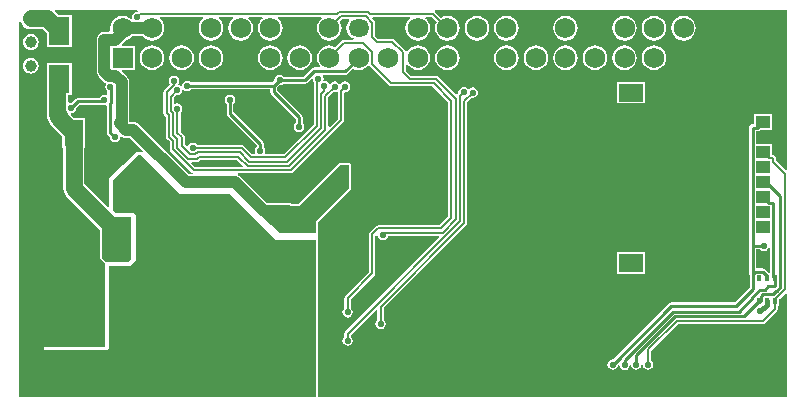
<source format=gbl>
G04 Layer_Physical_Order=2*
G04 Layer_Color=16711680*
%FSLAX43Y43*%
%MOMM*%
G71*
G01*
G75*
%ADD36C,0.254*%
%ADD37C,0.400*%
%ADD38C,0.250*%
%ADD39C,0.200*%
%ADD45C,1.000*%
%ADD46C,1.750*%
%ADD47O,1.750X1.500*%
%ADD48R,1.750X1.750*%
%ADD49C,0.550*%
%ADD50R,0.400X0.500*%
%ADD51R,1.200X1.000*%
%ADD52R,2.000X1.500*%
%ADD53R,1.800X2.400*%
%ADD54R,1.600X2.180*%
%ADD55C,1.000*%
%ADD56C,1.450*%
G36*
X65000Y19291D02*
X64883Y19242D01*
X64100Y20025D01*
Y20265D01*
X64080Y20366D01*
X64022Y20452D01*
X63936Y20510D01*
X63835Y20530D01*
X63735D01*
Y21435D01*
X62381D01*
Y22539D01*
X62492D01*
X62604Y22562D01*
X62699Y22625D01*
X62729Y22655D01*
X63735D01*
Y23975D01*
X62215D01*
Y23125D01*
X62088D01*
X61976Y23102D01*
X61881Y23039D01*
X61818Y22944D01*
X61795Y22832D01*
Y12850D01*
Y10519D01*
X61818Y10407D01*
X61870Y10328D01*
Y9309D01*
X60604Y8043D01*
X55225D01*
X55113Y8020D01*
X55018Y7957D01*
X50275Y3214D01*
X50250Y3219D01*
X50080Y3185D01*
X49936Y3089D01*
X49840Y2945D01*
X49806Y2775D01*
X49840Y2605D01*
X49936Y2461D01*
X50080Y2365D01*
X50250Y2331D01*
X50420Y2365D01*
X50564Y2461D01*
X50660Y2605D01*
X50683Y2721D01*
X50812D01*
X50840Y2580D01*
X50936Y2436D01*
X51080Y2340D01*
X51250Y2306D01*
X51420Y2340D01*
X51564Y2436D01*
X51660Y2580D01*
X51688Y2721D01*
X51817D01*
X51840Y2605D01*
X51936Y2461D01*
X52080Y2365D01*
X52250Y2331D01*
X52420Y2365D01*
X52564Y2461D01*
X52660Y2605D01*
X52685Y2733D01*
X52815D01*
X52840Y2605D01*
X52936Y2461D01*
X53080Y2365D01*
X53250Y2331D01*
X53420Y2365D01*
X53564Y2461D01*
X53660Y2605D01*
X53694Y2775D01*
X53660Y2945D01*
X53564Y3089D01*
X53515Y3121D01*
Y3947D01*
X55766Y6198D01*
X62938D01*
X62938Y6198D01*
X63039Y6218D01*
X63125Y6276D01*
X64137Y7288D01*
X64137Y7288D01*
X64195Y7374D01*
X64215Y7475D01*
X64215Y7475D01*
Y7765D01*
X64310D01*
Y8313D01*
X64343Y8346D01*
X64383Y8354D01*
X64469Y8412D01*
X64883Y8825D01*
X65000Y8776D01*
Y0D01*
X25300D01*
Y13875D01*
X25288D01*
Y14832D01*
X27315Y16860D01*
X27315Y16860D01*
X28040Y17585D01*
X28076Y17638D01*
X28088Y17700D01*
X28088Y17700D01*
Y19650D01*
X28076Y19712D01*
X28040Y19765D01*
X27987Y19801D01*
X27925Y19813D01*
X27125D01*
X27125Y19813D01*
X27063Y19801D01*
X27010Y19765D01*
X23632Y16388D01*
X23105D01*
X22972Y16443D01*
X22800Y16466D01*
X20976D01*
X18771Y18671D01*
X18633Y18777D01*
X18509Y18828D01*
X18534Y18955D01*
X22997D01*
X22997Y18955D01*
X23099Y18975D01*
X23185Y19033D01*
X27437Y23285D01*
X27437Y23285D01*
X27495Y23371D01*
X27515Y23472D01*
Y25745D01*
X27600Y25856D01*
X27770Y25890D01*
X27914Y25986D01*
X28010Y26130D01*
X28044Y26300D01*
X28010Y26470D01*
X27914Y26614D01*
X27770Y26710D01*
X27600Y26744D01*
X27430Y26710D01*
X27286Y26614D01*
X27221Y26515D01*
X27220Y26515D01*
X27080D01*
X27079Y26515D01*
X27014Y26614D01*
X26870Y26710D01*
X26700Y26744D01*
X26530Y26710D01*
X26386Y26614D01*
X26350Y26559D01*
X26341Y26556D01*
X26203Y26568D01*
X26139Y26664D01*
X25995Y26760D01*
X25825Y26794D01*
X25756Y26862D01*
X25769Y26925D01*
X25735Y27095D01*
X25683Y27172D01*
X25751Y27299D01*
X27590D01*
X27701Y27322D01*
X27795Y27385D01*
X28248Y27837D01*
X28480Y27742D01*
X28750Y27706D01*
X29020Y27742D01*
X29272Y27846D01*
X29488Y28012D01*
X29533Y28070D01*
X29558Y28076D01*
X29683Y28057D01*
X29713Y28013D01*
X31313Y26413D01*
X31313Y26413D01*
X31399Y26355D01*
X31500Y26335D01*
X31500Y26335D01*
X34990D01*
X36335Y24990D01*
Y15319D01*
X35581Y14565D01*
X30379D01*
X30277Y14545D01*
X30191Y14487D01*
X30191Y14487D01*
X29713Y14009D01*
X29655Y13923D01*
X29635Y13821D01*
X29635Y13821D01*
Y10610D01*
X27613Y8587D01*
X27555Y8501D01*
X27535Y8400D01*
X27535Y8400D01*
Y7546D01*
X27486Y7514D01*
X27390Y7370D01*
X27356Y7200D01*
X27390Y7030D01*
X27486Y6886D01*
X27630Y6790D01*
X27800Y6756D01*
X27970Y6790D01*
X28114Y6886D01*
X28210Y7030D01*
X28244Y7200D01*
X28210Y7370D01*
X28114Y7514D01*
X28065Y7546D01*
Y8290D01*
X30087Y10313D01*
X30087Y10313D01*
X30145Y10399D01*
X30165Y10500D01*
Y13640D01*
X30213Y13687D01*
X30301Y13668D01*
X30350Y13631D01*
X30365Y13555D01*
X30461Y13411D01*
X30605Y13315D01*
X30775Y13281D01*
X30945Y13315D01*
X31089Y13411D01*
X31185Y13555D01*
X31209Y13675D01*
X35543D01*
X35592Y13558D01*
X27613Y5578D01*
X27555Y5492D01*
X27535Y5391D01*
X27535Y5391D01*
Y5146D01*
X27486Y5114D01*
X27390Y4970D01*
X27356Y4800D01*
X27390Y4630D01*
X27486Y4486D01*
X27630Y4390D01*
X27800Y4356D01*
X27970Y4390D01*
X28114Y4486D01*
X28210Y4630D01*
X28244Y4800D01*
X28210Y4970D01*
X28114Y5114D01*
X28065Y5146D01*
Y5281D01*
X30218Y7434D01*
X30335Y7385D01*
Y6546D01*
X30286Y6514D01*
X30190Y6370D01*
X30156Y6200D01*
X30190Y6030D01*
X30286Y5886D01*
X30430Y5790D01*
X30600Y5756D01*
X30770Y5790D01*
X30914Y5886D01*
X31010Y6030D01*
X31044Y6200D01*
X31010Y6370D01*
X30914Y6514D01*
X30865Y6546D01*
Y7572D01*
X37867Y14574D01*
X37867Y14574D01*
X37925Y14660D01*
X37945Y14762D01*
Y24970D01*
X38343Y25368D01*
X38400Y25356D01*
X38570Y25390D01*
X38714Y25486D01*
X38810Y25630D01*
X38844Y25800D01*
X38810Y25970D01*
X38714Y26114D01*
X38570Y26210D01*
X38400Y26244D01*
X38230Y26210D01*
X38101Y26124D01*
X38052Y26111D01*
X37957D01*
X37939Y26139D01*
X37795Y26235D01*
X37625Y26269D01*
X37455Y26235D01*
X37311Y26139D01*
X37215Y25995D01*
X37181Y25825D01*
X37193Y25768D01*
X37133Y25707D01*
X37108Y25671D01*
X36959Y25641D01*
X35437Y27162D01*
X35351Y27220D01*
X35250Y27240D01*
X35250Y27240D01*
X33172D01*
X32765Y27647D01*
Y28125D01*
X32892Y28168D01*
X33012Y28012D01*
X33228Y27846D01*
X33480Y27742D01*
X33750Y27706D01*
X34020Y27742D01*
X34272Y27846D01*
X34488Y28012D01*
X34654Y28228D01*
X34758Y28480D01*
X34794Y28750D01*
X34758Y29020D01*
X34654Y29272D01*
X34488Y29488D01*
X34272Y29654D01*
X34020Y29758D01*
X33750Y29794D01*
X33480Y29758D01*
X33228Y29654D01*
X33012Y29488D01*
X32873Y29308D01*
X32864Y29306D01*
X32815Y29304D01*
X32754Y29312D01*
X32731Y29323D01*
X32687Y29387D01*
X32687Y29387D01*
X31787Y30287D01*
X31701Y30345D01*
X31600Y30365D01*
X31600Y30365D01*
X30366D01*
X30150Y30581D01*
Y31720D01*
X30130Y31822D01*
X30072Y31908D01*
X30072Y31908D01*
X29912Y32068D01*
X29961Y32185D01*
X33060D01*
X33103Y32058D01*
X33012Y31988D01*
X32846Y31772D01*
X32742Y31520D01*
X32706Y31250D01*
X32742Y30980D01*
X32846Y30728D01*
X33012Y30512D01*
X33228Y30346D01*
X33480Y30242D01*
X33750Y30206D01*
X34020Y30242D01*
X34272Y30346D01*
X34488Y30512D01*
X34654Y30728D01*
X34758Y30980D01*
X34794Y31250D01*
X34758Y31520D01*
X34654Y31772D01*
X34488Y31988D01*
X34397Y32058D01*
X34440Y32185D01*
X34940D01*
X35349Y31776D01*
X35346Y31772D01*
X35242Y31520D01*
X35206Y31250D01*
X35242Y30980D01*
X35346Y30728D01*
X35512Y30512D01*
X35728Y30346D01*
X35980Y30242D01*
X36250Y30206D01*
X36520Y30242D01*
X36772Y30346D01*
X36988Y30512D01*
X37154Y30728D01*
X37258Y30980D01*
X37294Y31250D01*
X37258Y31520D01*
X37154Y31772D01*
X36988Y31988D01*
X36772Y32154D01*
X36520Y32258D01*
X36250Y32294D01*
X35980Y32258D01*
X35728Y32154D01*
X35724Y32151D01*
X35237Y32637D01*
X35184Y32673D01*
X35223Y32800D01*
X65000D01*
Y19291D01*
D02*
G37*
G36*
X18948Y19602D02*
X18899Y19485D01*
X14915D01*
X14577Y19823D01*
X14626Y19940D01*
X15071D01*
X15071Y19940D01*
X15172Y19960D01*
X15258Y20018D01*
X15356Y20115D01*
X18435D01*
X18948Y19602D01*
D02*
G37*
G36*
X25603Y32058D02*
X25512Y31988D01*
X25346Y31772D01*
X25242Y31520D01*
X25206Y31250D01*
X25242Y30980D01*
X25346Y30728D01*
X25512Y30512D01*
X25728Y30346D01*
X25980Y30242D01*
X26250Y30206D01*
X26520Y30242D01*
X26772Y30346D01*
X26988Y30512D01*
X27154Y30728D01*
X27258Y30980D01*
X27294Y31250D01*
X27258Y31520D01*
X27154Y31772D01*
X27151Y31776D01*
X27370Y31995D01*
X27907D01*
X27952Y31868D01*
X27830Y31709D01*
X27738Y31488D01*
X27707Y31250D01*
X27738Y31012D01*
X27830Y30791D01*
X27976Y30601D01*
X28166Y30455D01*
X28308Y30396D01*
X28283Y30269D01*
X27513Y30276D01*
X27512Y30275D01*
X27511Y30276D01*
X27461Y30266D01*
X27411Y30256D01*
X27410Y30256D01*
X27409Y30256D01*
X27367Y30227D01*
X27325Y30200D01*
X27324Y30199D01*
X27323Y30198D01*
X26776Y29651D01*
X26772Y29654D01*
X26520Y29758D01*
X26250Y29794D01*
X25980Y29758D01*
X25728Y29654D01*
X25512Y29488D01*
X25346Y29272D01*
X25242Y29020D01*
X25206Y28750D01*
X25242Y28480D01*
X25346Y28228D01*
X25478Y28056D01*
X25451Y27987D01*
X25410Y27936D01*
X24988D01*
X24877Y27913D01*
X24783Y27850D01*
X24073Y27141D01*
X22379D01*
X22364Y27164D01*
X22220Y27260D01*
X22050Y27294D01*
X21880Y27260D01*
X21736Y27164D01*
X21640Y27020D01*
X21606Y26850D01*
X21612Y26823D01*
X21445Y26656D01*
X14564D01*
X14549Y26679D01*
X14405Y26775D01*
X14235Y26808D01*
X14065Y26775D01*
X13921Y26679D01*
X13825Y26535D01*
X13795Y26385D01*
X13744Y26351D01*
X13669Y26328D01*
X13545Y26411D01*
X13519Y26416D01*
X13461Y26557D01*
X13510Y26630D01*
X13544Y26800D01*
X13510Y26970D01*
X13414Y27114D01*
X13270Y27210D01*
X13100Y27244D01*
X12930Y27210D01*
X12786Y27114D01*
X12690Y26970D01*
X12656Y26800D01*
X12690Y26630D01*
X12764Y26521D01*
X12293Y26050D01*
X12236Y25964D01*
X12216Y25863D01*
X12216Y25863D01*
Y24080D01*
X12216Y24080D01*
X12236Y23979D01*
X12293Y23893D01*
X12415Y23771D01*
Y22077D01*
X12415Y22077D01*
X12435Y21975D01*
X12493Y21889D01*
X12770Y21612D01*
Y20990D01*
X12770Y20990D01*
X12790Y20889D01*
X12848Y20803D01*
X14618Y19033D01*
X14677Y18993D01*
X14652Y18866D01*
X14389D01*
X10144Y23111D01*
X10006Y23217D01*
X9845Y23283D01*
X9673Y23306D01*
X9450D01*
X9330Y23349D01*
Y26662D01*
X9307Y26835D01*
X9240Y26995D01*
X9135Y27133D01*
X8680Y27588D01*
X8732Y27715D01*
X9785D01*
Y29785D01*
X8736D01*
X8683Y29912D01*
X9012Y30241D01*
X9020Y30242D01*
X9272Y30346D01*
X9488Y30512D01*
X9544Y30584D01*
X10456D01*
X10512Y30512D01*
X10728Y30346D01*
X10980Y30242D01*
X11250Y30206D01*
X11520Y30242D01*
X11772Y30346D01*
X11988Y30512D01*
X12154Y30728D01*
X12258Y30980D01*
X12294Y31250D01*
X12258Y31520D01*
X12154Y31772D01*
X11988Y31988D01*
X11897Y32058D01*
X11940Y32185D01*
X15560D01*
X15603Y32058D01*
X15512Y31988D01*
X15346Y31772D01*
X15242Y31520D01*
X15206Y31250D01*
X15242Y30980D01*
X15346Y30728D01*
X15512Y30512D01*
X15728Y30346D01*
X15980Y30242D01*
X16250Y30206D01*
X16520Y30242D01*
X16772Y30346D01*
X16988Y30512D01*
X17154Y30728D01*
X17258Y30980D01*
X17294Y31250D01*
X17258Y31520D01*
X17154Y31772D01*
X16988Y31988D01*
X16897Y32058D01*
X16940Y32185D01*
X18060D01*
X18103Y32058D01*
X18012Y31988D01*
X17846Y31772D01*
X17742Y31520D01*
X17706Y31250D01*
X17742Y30980D01*
X17846Y30728D01*
X18012Y30512D01*
X18228Y30346D01*
X18480Y30242D01*
X18750Y30206D01*
X19020Y30242D01*
X19272Y30346D01*
X19488Y30512D01*
X19654Y30728D01*
X19758Y30980D01*
X19794Y31250D01*
X19758Y31520D01*
X19654Y31772D01*
X19488Y31988D01*
X19397Y32058D01*
X19440Y32185D01*
X20560D01*
X20603Y32058D01*
X20512Y31988D01*
X20346Y31772D01*
X20242Y31520D01*
X20206Y31250D01*
X20242Y30980D01*
X20346Y30728D01*
X20512Y30512D01*
X20728Y30346D01*
X20980Y30242D01*
X21250Y30206D01*
X21520Y30242D01*
X21772Y30346D01*
X21988Y30512D01*
X22154Y30728D01*
X22258Y30980D01*
X22294Y31250D01*
X22258Y31520D01*
X22154Y31772D01*
X21988Y31988D01*
X21897Y32058D01*
X21940Y32185D01*
X25560D01*
X25603Y32058D01*
D02*
G37*
G36*
X24887Y26953D02*
X24881Y26925D01*
X24915Y26755D01*
X24930Y26733D01*
Y23080D01*
X22430Y20580D01*
X20884D01*
X20815Y20707D01*
X20844Y20850D01*
X20810Y21020D01*
X20714Y21164D01*
X20693Y21178D01*
Y21475D01*
X20670Y21587D01*
X20607Y21682D01*
X18143Y24146D01*
Y24847D01*
X18164Y24861D01*
X18260Y25005D01*
X18294Y25175D01*
X18260Y25345D01*
X18164Y25489D01*
X18020Y25585D01*
X17850Y25618D01*
X17680Y25585D01*
X17536Y25489D01*
X17440Y25345D01*
X17406Y25175D01*
X17440Y25005D01*
X17536Y24861D01*
X17557Y24847D01*
Y24025D01*
X17580Y23913D01*
X17643Y23818D01*
X20107Y21354D01*
Y21178D01*
X20086Y21164D01*
X19990Y21020D01*
X19956Y20850D01*
X19985Y20707D01*
X19916Y20580D01*
X19738D01*
X19031Y21287D01*
X18945Y21345D01*
X18843Y21365D01*
X18843Y21365D01*
X15046D01*
X15014Y21414D01*
X14870Y21510D01*
X14700Y21544D01*
X14530Y21510D01*
X14386Y21414D01*
X14305Y21292D01*
X14167Y21251D01*
X14020Y21398D01*
Y22020D01*
X14020Y22020D01*
X14000Y22121D01*
X13942Y22207D01*
X13942Y22207D01*
X13665Y22485D01*
Y24121D01*
X13689Y24138D01*
X13785Y24281D01*
X13819Y24451D01*
X13785Y24621D01*
X13689Y24765D01*
X13545Y24861D01*
X13376Y24895D01*
X13233Y24866D01*
X13106Y24935D01*
Y25356D01*
X13318Y25569D01*
X13376Y25558D01*
X13545Y25592D01*
X13689Y25688D01*
X13785Y25832D01*
X13815Y25982D01*
X13867Y26016D01*
X13941Y26038D01*
X14065Y25955D01*
X14235Y25921D01*
X14405Y25955D01*
X14549Y26051D01*
X14564Y26074D01*
X21274D01*
Y25835D01*
X21297Y25724D01*
X21360Y25630D01*
X23409Y23580D01*
Y23229D01*
X23386Y23214D01*
X23290Y23070D01*
X23256Y22900D01*
X23290Y22730D01*
X23386Y22586D01*
X23530Y22490D01*
X23700Y22456D01*
X23870Y22490D01*
X24014Y22586D01*
X24110Y22730D01*
X24144Y22900D01*
X24110Y23070D01*
X24014Y23214D01*
X23991Y23229D01*
Y23700D01*
X23968Y23811D01*
X23905Y23905D01*
X21856Y25955D01*
Y26245D01*
X22023Y26412D01*
X22050Y26406D01*
X22220Y26440D01*
X22364Y26536D01*
X22379Y26559D01*
X24193D01*
X24305Y26582D01*
X24399Y26645D01*
X24770Y27016D01*
X24887Y26953D01*
D02*
G37*
G36*
X26878Y25885D02*
X26985Y25814D01*
Y23582D01*
X26297Y22895D01*
X26180Y22944D01*
Y25405D01*
X26643Y25868D01*
X26700Y25856D01*
X26858Y25888D01*
X26878Y25885D01*
D02*
G37*
G36*
X7006Y24741D02*
X7175Y24708D01*
X7311Y24735D01*
X7438Y24663D01*
Y22397D01*
X7461Y22286D01*
X7524Y22192D01*
X7662Y22053D01*
X7656Y22026D01*
X7690Y21856D01*
X7786Y21712D01*
X7930Y21616D01*
X8100Y21583D01*
X8270Y21616D01*
X8414Y21712D01*
X8510Y21856D01*
X8543Y22026D01*
X8537Y22059D01*
X8652Y22131D01*
X8740Y22064D01*
X8901Y21997D01*
X9073Y21974D01*
X9397D01*
X10504Y20867D01*
X10456Y20750D01*
X9975D01*
X7633Y18549D01*
Y16120D01*
X7516Y16071D01*
X5518Y18070D01*
Y21125D01*
X5585D01*
Y23625D01*
X4637D01*
X4351Y23912D01*
X4386Y23999D01*
X4409Y24033D01*
X4570Y24065D01*
X4714Y24161D01*
X4810Y24305D01*
X4844Y24475D01*
X4839Y24500D01*
X5096Y24757D01*
X6982D01*
X7006Y24741D01*
D02*
G37*
G36*
X9450Y11675D02*
X9250Y11475D01*
X7375D01*
X7025Y11825D01*
Y15225D01*
X9450D01*
Y11675D01*
D02*
G37*
G36*
X10026Y32673D02*
X10002Y32646D01*
X9992Y32642D01*
X9830Y32610D01*
X9686Y32514D01*
X9590Y32370D01*
X9556Y32200D01*
X9583Y32069D01*
X9547Y32039D01*
X9466Y32005D01*
X9272Y32154D01*
X9020Y32258D01*
X8750Y32294D01*
X8480Y32258D01*
X8228Y32154D01*
X8012Y31988D01*
X7846Y31772D01*
X7742Y31520D01*
X7706Y31250D01*
X7729Y31078D01*
X7623Y30951D01*
X7215D01*
X7043Y30928D01*
X6882Y30862D01*
X6744Y30756D01*
X6639Y30618D01*
X6572Y30457D01*
X6549Y30285D01*
Y27602D01*
X6572Y27429D01*
X6639Y27269D01*
X6744Y27131D01*
X7136Y26739D01*
X7274Y26633D01*
X7316Y26616D01*
X7353Y26495D01*
X7319Y26445D01*
X7285Y26275D01*
X7319Y26105D01*
X7415Y25961D01*
X7445Y25942D01*
Y25635D01*
X7318Y25566D01*
X7175Y25595D01*
X7006Y25561D01*
X6862Y25465D01*
X6780Y25343D01*
X4975D01*
X4863Y25320D01*
X4768Y25257D01*
X4425Y24914D01*
X4400Y24919D01*
X4260Y24891D01*
X4133Y24961D01*
Y25565D01*
X4435D01*
Y28285D01*
X2315D01*
Y25565D01*
X2347D01*
Y23995D01*
X2377Y23770D01*
X2372Y23735D01*
X2403Y23504D01*
X2492Y23289D01*
X2634Y23104D01*
X3665Y22073D01*
Y21125D01*
X3732D01*
Y17700D01*
X3763Y17469D01*
X3852Y17254D01*
X3994Y17069D01*
X6862Y14201D01*
Y11825D01*
X6862Y11825D01*
X6874Y11763D01*
X6910Y11710D01*
X6910Y11710D01*
X7230Y11390D01*
Y4300D01*
X2075D01*
Y4000D01*
X7400D01*
X7600Y4200D01*
Y11125D01*
X9375D01*
X9900Y11650D01*
Y15475D01*
X9750Y15625D01*
X8125D01*
X7900Y15850D01*
Y18400D01*
X10100Y20500D01*
X10275D01*
Y20475D01*
X13575Y17175D01*
X17875D01*
X21725Y13325D01*
X25125Y13325D01*
X25125Y0D01*
X0D01*
Y3550D01*
Y31784D01*
X127Y31810D01*
X202Y31629D01*
X344Y31444D01*
X529Y31302D01*
X744Y31213D01*
X975Y31182D01*
X1955D01*
X2315Y30823D01*
Y29665D01*
X4435D01*
Y32385D01*
X3277D01*
X2989Y32673D01*
X3036Y32800D01*
X9968D01*
X10026Y32673D01*
D02*
G37*
G36*
X27925Y17700D02*
X27200Y16975D01*
X25125Y14900D01*
Y13875D01*
X22050D01*
X20487Y15320D01*
X20509Y15445D01*
X22400Y16225D01*
X23700D01*
X27125Y19650D01*
X27925D01*
Y17700D01*
D02*
G37*
G36*
X63569Y12681D02*
Y10605D01*
X63442Y10552D01*
X63163Y10832D01*
X63068Y10895D01*
X62956Y10918D01*
X62381D01*
Y12532D01*
X62697D01*
X62711Y12511D01*
X62855Y12415D01*
X63025Y12381D01*
X63195Y12415D01*
X63339Y12511D01*
X63435Y12655D01*
X63442Y12694D01*
X63569Y12681D01*
D02*
G37*
%LPC*%
G36*
X52960Y26700D02*
X50640D01*
Y24880D01*
X52960D01*
Y26700D01*
D02*
G37*
G36*
Y12300D02*
X50640D01*
Y10480D01*
X52960D01*
Y12300D01*
D02*
G37*
G36*
X41250Y32294D02*
X40980Y32258D01*
X40728Y32154D01*
X40512Y31988D01*
X40346Y31772D01*
X40242Y31520D01*
X40206Y31250D01*
X40242Y30980D01*
X40346Y30728D01*
X40512Y30512D01*
X40728Y30346D01*
X40980Y30242D01*
X41250Y30206D01*
X41520Y30242D01*
X41772Y30346D01*
X41988Y30512D01*
X42154Y30728D01*
X42258Y30980D01*
X42294Y31250D01*
X42258Y31520D01*
X42154Y31772D01*
X41988Y31988D01*
X41772Y32154D01*
X41520Y32258D01*
X41250Y32294D01*
D02*
G37*
G36*
X38750D02*
X38480Y32258D01*
X38228Y32154D01*
X38012Y31988D01*
X37846Y31772D01*
X37742Y31520D01*
X37706Y31250D01*
X37742Y30980D01*
X37846Y30728D01*
X38012Y30512D01*
X38228Y30346D01*
X38480Y30242D01*
X38750Y30206D01*
X39020Y30242D01*
X39272Y30346D01*
X39488Y30512D01*
X39654Y30728D01*
X39758Y30980D01*
X39794Y31250D01*
X39758Y31520D01*
X39654Y31772D01*
X39488Y31988D01*
X39272Y32154D01*
X39020Y32258D01*
X38750Y32294D01*
D02*
G37*
G36*
X46250D02*
X45980Y32258D01*
X45728Y32154D01*
X45512Y31988D01*
X45346Y31772D01*
X45242Y31520D01*
X45206Y31250D01*
X45242Y30980D01*
X45346Y30728D01*
X45512Y30512D01*
X45728Y30346D01*
X45980Y30242D01*
X46250Y30206D01*
X46520Y30242D01*
X46772Y30346D01*
X46988Y30512D01*
X47154Y30728D01*
X47258Y30980D01*
X47294Y31250D01*
X47258Y31520D01*
X47154Y31772D01*
X46988Y31988D01*
X46772Y32154D01*
X46520Y32258D01*
X46250Y32294D01*
D02*
G37*
G36*
X56250D02*
X55980Y32258D01*
X55728Y32154D01*
X55512Y31988D01*
X55346Y31772D01*
X55242Y31520D01*
X55206Y31250D01*
X55242Y30980D01*
X55346Y30728D01*
X55512Y30512D01*
X55728Y30346D01*
X55980Y30242D01*
X56250Y30206D01*
X56520Y30242D01*
X56772Y30346D01*
X56988Y30512D01*
X57154Y30728D01*
X57258Y30980D01*
X57294Y31250D01*
X57258Y31520D01*
X57154Y31772D01*
X56988Y31988D01*
X56772Y32154D01*
X56520Y32258D01*
X56250Y32294D01*
D02*
G37*
G36*
X53750D02*
X53480Y32258D01*
X53228Y32154D01*
X53012Y31988D01*
X52846Y31772D01*
X52742Y31520D01*
X52706Y31250D01*
X52742Y30980D01*
X52846Y30728D01*
X53012Y30512D01*
X53228Y30346D01*
X53480Y30242D01*
X53750Y30206D01*
X54020Y30242D01*
X54272Y30346D01*
X54488Y30512D01*
X54654Y30728D01*
X54758Y30980D01*
X54794Y31250D01*
X54758Y31520D01*
X54654Y31772D01*
X54488Y31988D01*
X54272Y32154D01*
X54020Y32258D01*
X53750Y32294D01*
D02*
G37*
G36*
X51250D02*
X50980Y32258D01*
X50728Y32154D01*
X50512Y31988D01*
X50346Y31772D01*
X50242Y31520D01*
X50206Y31250D01*
X50242Y30980D01*
X50346Y30728D01*
X50512Y30512D01*
X50728Y30346D01*
X50980Y30242D01*
X51250Y30206D01*
X51520Y30242D01*
X51772Y30346D01*
X51988Y30512D01*
X52154Y30728D01*
X52258Y30980D01*
X52294Y31250D01*
X52258Y31520D01*
X52154Y31772D01*
X51988Y31988D01*
X51772Y32154D01*
X51520Y32258D01*
X51250Y32294D01*
D02*
G37*
G36*
X43750Y29794D02*
X43480Y29758D01*
X43228Y29654D01*
X43012Y29488D01*
X42846Y29272D01*
X42742Y29020D01*
X42706Y28750D01*
X42742Y28480D01*
X42846Y28228D01*
X43012Y28012D01*
X43228Y27846D01*
X43480Y27742D01*
X43750Y27706D01*
X44020Y27742D01*
X44272Y27846D01*
X44488Y28012D01*
X44654Y28228D01*
X44758Y28480D01*
X44794Y28750D01*
X44758Y29020D01*
X44654Y29272D01*
X44488Y29488D01*
X44272Y29654D01*
X44020Y29758D01*
X43750Y29794D01*
D02*
G37*
G36*
X41250D02*
X40980Y29758D01*
X40728Y29654D01*
X40512Y29488D01*
X40346Y29272D01*
X40242Y29020D01*
X40206Y28750D01*
X40242Y28480D01*
X40346Y28228D01*
X40512Y28012D01*
X40728Y27846D01*
X40980Y27742D01*
X41250Y27706D01*
X41520Y27742D01*
X41772Y27846D01*
X41988Y28012D01*
X42154Y28228D01*
X42258Y28480D01*
X42294Y28750D01*
X42258Y29020D01*
X42154Y29272D01*
X41988Y29488D01*
X41772Y29654D01*
X41520Y29758D01*
X41250Y29794D01*
D02*
G37*
G36*
X36250D02*
X35980Y29758D01*
X35728Y29654D01*
X35512Y29488D01*
X35346Y29272D01*
X35242Y29020D01*
X35206Y28750D01*
X35242Y28480D01*
X35346Y28228D01*
X35512Y28012D01*
X35728Y27846D01*
X35980Y27742D01*
X36250Y27706D01*
X36520Y27742D01*
X36772Y27846D01*
X36988Y28012D01*
X37154Y28228D01*
X37258Y28480D01*
X37294Y28750D01*
X37258Y29020D01*
X37154Y29272D01*
X36988Y29488D01*
X36772Y29654D01*
X36520Y29758D01*
X36250Y29794D01*
D02*
G37*
G36*
X46250D02*
X45980Y29758D01*
X45728Y29654D01*
X45512Y29488D01*
X45346Y29272D01*
X45242Y29020D01*
X45206Y28750D01*
X45242Y28480D01*
X45346Y28228D01*
X45512Y28012D01*
X45728Y27846D01*
X45980Y27742D01*
X46250Y27706D01*
X46520Y27742D01*
X46772Y27846D01*
X46988Y28012D01*
X47154Y28228D01*
X47258Y28480D01*
X47294Y28750D01*
X47258Y29020D01*
X47154Y29272D01*
X46988Y29488D01*
X46772Y29654D01*
X46520Y29758D01*
X46250Y29794D01*
D02*
G37*
G36*
X53750D02*
X53480Y29758D01*
X53228Y29654D01*
X53012Y29488D01*
X52846Y29272D01*
X52742Y29020D01*
X52706Y28750D01*
X52742Y28480D01*
X52846Y28228D01*
X53012Y28012D01*
X53228Y27846D01*
X53480Y27742D01*
X53750Y27706D01*
X54020Y27742D01*
X54272Y27846D01*
X54488Y28012D01*
X54654Y28228D01*
X54758Y28480D01*
X54794Y28750D01*
X54758Y29020D01*
X54654Y29272D01*
X54488Y29488D01*
X54272Y29654D01*
X54020Y29758D01*
X53750Y29794D01*
D02*
G37*
G36*
X51250D02*
X50980Y29758D01*
X50728Y29654D01*
X50512Y29488D01*
X50346Y29272D01*
X50242Y29020D01*
X50206Y28750D01*
X50242Y28480D01*
X50346Y28228D01*
X50512Y28012D01*
X50728Y27846D01*
X50980Y27742D01*
X51250Y27706D01*
X51520Y27742D01*
X51772Y27846D01*
X51988Y28012D01*
X52154Y28228D01*
X52258Y28480D01*
X52294Y28750D01*
X52258Y29020D01*
X52154Y29272D01*
X51988Y29488D01*
X51772Y29654D01*
X51520Y29758D01*
X51250Y29794D01*
D02*
G37*
G36*
X48750D02*
X48480Y29758D01*
X48228Y29654D01*
X48012Y29488D01*
X47846Y29272D01*
X47742Y29020D01*
X47706Y28750D01*
X47742Y28480D01*
X47846Y28228D01*
X48012Y28012D01*
X48228Y27846D01*
X48480Y27742D01*
X48750Y27706D01*
X49020Y27742D01*
X49272Y27846D01*
X49488Y28012D01*
X49654Y28228D01*
X49758Y28480D01*
X49794Y28750D01*
X49758Y29020D01*
X49654Y29272D01*
X49488Y29488D01*
X49272Y29654D01*
X49020Y29758D01*
X48750Y29794D01*
D02*
G37*
G36*
X13750D02*
X13480Y29758D01*
X13228Y29654D01*
X13012Y29488D01*
X12846Y29272D01*
X12742Y29020D01*
X12706Y28750D01*
X12742Y28480D01*
X12846Y28228D01*
X13012Y28012D01*
X13228Y27846D01*
X13480Y27742D01*
X13750Y27706D01*
X14020Y27742D01*
X14272Y27846D01*
X14488Y28012D01*
X14654Y28228D01*
X14758Y28480D01*
X14794Y28750D01*
X14758Y29020D01*
X14654Y29272D01*
X14488Y29488D01*
X14272Y29654D01*
X14020Y29758D01*
X13750Y29794D01*
D02*
G37*
G36*
X21250D02*
X20980Y29758D01*
X20728Y29654D01*
X20512Y29488D01*
X20346Y29272D01*
X20242Y29020D01*
X20206Y28750D01*
X20242Y28480D01*
X20346Y28228D01*
X20512Y28012D01*
X20728Y27846D01*
X20980Y27742D01*
X21250Y27706D01*
X21520Y27742D01*
X21772Y27846D01*
X21988Y28012D01*
X22154Y28228D01*
X22258Y28480D01*
X22294Y28750D01*
X22258Y29020D01*
X22154Y29272D01*
X21988Y29488D01*
X21772Y29654D01*
X21520Y29758D01*
X21250Y29794D01*
D02*
G37*
G36*
X16250D02*
X15980Y29758D01*
X15728Y29654D01*
X15512Y29488D01*
X15346Y29272D01*
X15242Y29020D01*
X15206Y28750D01*
X15242Y28480D01*
X15346Y28228D01*
X15512Y28012D01*
X15728Y27846D01*
X15980Y27742D01*
X16250Y27706D01*
X16520Y27742D01*
X16772Y27846D01*
X16988Y28012D01*
X17154Y28228D01*
X17258Y28480D01*
X17294Y28750D01*
X17258Y29020D01*
X17154Y29272D01*
X16988Y29488D01*
X16772Y29654D01*
X16520Y29758D01*
X16250Y29794D01*
D02*
G37*
G36*
X11250D02*
X10980Y29758D01*
X10728Y29654D01*
X10512Y29488D01*
X10346Y29272D01*
X10242Y29020D01*
X10206Y28750D01*
X10242Y28480D01*
X10346Y28228D01*
X10512Y28012D01*
X10728Y27846D01*
X10980Y27742D01*
X11250Y27706D01*
X11520Y27742D01*
X11772Y27846D01*
X11988Y28012D01*
X12154Y28228D01*
X12258Y28480D01*
X12294Y28750D01*
X12258Y29020D01*
X12154Y29272D01*
X11988Y29488D01*
X11772Y29654D01*
X11520Y29758D01*
X11250Y29794D01*
D02*
G37*
G36*
X23750D02*
X23480Y29758D01*
X23228Y29654D01*
X23012Y29488D01*
X22846Y29272D01*
X22742Y29020D01*
X22706Y28750D01*
X22742Y28480D01*
X22846Y28228D01*
X23012Y28012D01*
X23228Y27846D01*
X23480Y27742D01*
X23750Y27706D01*
X24020Y27742D01*
X24272Y27846D01*
X24488Y28012D01*
X24654Y28228D01*
X24758Y28480D01*
X24794Y28750D01*
X24758Y29020D01*
X24654Y29272D01*
X24488Y29488D01*
X24272Y29654D01*
X24020Y29758D01*
X23750Y29794D01*
D02*
G37*
G36*
X975Y28741D02*
X803Y28718D01*
X642Y28652D01*
X504Y28546D01*
X398Y28408D01*
X332Y28247D01*
X309Y28075D01*
X332Y27903D01*
X398Y27742D01*
X504Y27604D01*
X642Y27498D01*
X803Y27432D01*
X975Y27409D01*
X1147Y27432D01*
X1308Y27498D01*
X1446Y27604D01*
X1552Y27742D01*
X1618Y27903D01*
X1641Y28075D01*
X1618Y28247D01*
X1552Y28408D01*
X1446Y28546D01*
X1308Y28652D01*
X1147Y28718D01*
X975Y28741D01*
D02*
G37*
G36*
Y30741D02*
X803Y30718D01*
X642Y30652D01*
X504Y30546D01*
X398Y30408D01*
X332Y30247D01*
X309Y30075D01*
X332Y29903D01*
X398Y29742D01*
X504Y29604D01*
X642Y29499D01*
X803Y29432D01*
X975Y29409D01*
X1147Y29432D01*
X1308Y29499D01*
X1446Y29604D01*
X1552Y29742D01*
X1618Y29903D01*
X1641Y30075D01*
X1618Y30247D01*
X1552Y30408D01*
X1446Y30546D01*
X1308Y30652D01*
X1147Y30718D01*
X975Y30741D01*
D02*
G37*
%LPD*%
D36*
X52250Y3604D02*
X55496Y6850D01*
X52250Y2775D02*
Y3604D01*
X51250Y3190D02*
X55324Y7264D01*
X51250Y2750D02*
Y3190D01*
X4400Y24475D02*
X4975Y25050D01*
X63862Y10163D02*
X63950Y10075D01*
X62975Y18235D02*
X63211D01*
X64437Y17009D01*
X62813Y8175D02*
Y8544D01*
X62650Y8175D02*
X62813D01*
X63950Y9400D02*
Y10075D01*
X63142Y9126D02*
X63416Y9400D01*
X63950D01*
X63787Y8712D02*
X64061Y8986D01*
X64121D01*
X64437Y9302D01*
X62813Y8544D02*
X62981Y8712D01*
X63787D01*
X63300Y10075D02*
Y10281D01*
X62163Y10444D02*
X62344Y10625D01*
X62956D01*
X63300Y10281D01*
X64437Y9302D02*
Y17009D01*
X63862Y10163D02*
Y16482D01*
X63458D02*
X63862D01*
X62975Y16965D02*
X63458Y16482D01*
X62088Y10519D02*
X62163Y10444D01*
X62088Y22832D02*
X62492D01*
X62975Y23315D01*
X62163Y8513D02*
Y8544D01*
X62745Y9126D01*
X63142D01*
X60914Y7264D02*
X62163Y8513D01*
Y9188D02*
Y10444D01*
X50250Y2775D02*
X55225Y7750D01*
X60725D02*
X62163Y9188D01*
X62113Y12825D02*
X63025D01*
X62088Y12850D02*
X62113Y12825D01*
X62088Y10519D02*
Y12850D01*
Y22832D01*
X55225Y7750D02*
X60725D01*
X55324Y7264D02*
X60914D01*
X55496Y6850D02*
X61325D01*
X61963Y7488D01*
Y7497D01*
X62641Y8175D02*
X62650D01*
X61963Y7497D02*
X62641Y8175D01*
X17850Y24025D02*
Y25175D01*
Y24025D02*
X20400Y21475D01*
Y20850D02*
Y21475D01*
X7074Y25050D02*
X7175Y25151D01*
X4975Y25050D02*
X7074D01*
D37*
X62725Y7275D02*
X63300Y7850D01*
Y8175D01*
D38*
X21565Y26365D02*
X22050Y26850D01*
X21565Y25835D02*
X23700Y23700D01*
X21565Y25835D02*
Y26365D01*
X7729Y22397D02*
X8100Y22026D01*
X27590Y27590D02*
X28750Y28750D01*
X22050Y26850D02*
X24193D01*
X24988Y27645D01*
X25432D01*
X25487Y27590D01*
X27590D01*
X7729Y22397D02*
Y24913D01*
X7735Y24919D01*
X7729Y26275D02*
X7735Y26269D01*
Y24919D02*
Y26269D01*
X14335Y26365D02*
X14350Y26350D01*
X14235Y26365D02*
X14335D01*
X21565D01*
X23700Y22900D02*
Y23700D01*
D39*
X37680Y14762D02*
Y25080D01*
X30600Y7682D02*
X37680Y14762D01*
X30600Y6200D02*
Y7682D01*
X27800Y4800D02*
Y5391D01*
X37320Y14911D01*
X35100Y26600D02*
X36600Y25100D01*
Y15209D02*
Y25100D01*
X35691Y14300D02*
X36600Y15209D01*
X36960Y15060D02*
Y25265D01*
X35250Y26975D02*
X36960Y25265D01*
X35840Y13940D02*
X36960Y15060D01*
X37680Y25080D02*
X38400Y25800D01*
X29494Y32620D02*
X29664Y32450D01*
X27111Y32620D02*
X29494D01*
X26941Y32450D02*
X27111Y32620D01*
X29345Y32260D02*
X29885Y31720D01*
X26250Y31250D02*
X27260Y32260D01*
X29345D01*
X35050Y32450D02*
X36250Y31250D01*
X29664Y32450D02*
X35050D01*
X10250D02*
X26941D01*
X10000Y32200D02*
X10250Y32450D01*
X53250Y2775D02*
Y4057D01*
X27511Y30011D02*
X29108Y29997D01*
X26250Y28750D02*
X27511Y30011D01*
X29108Y29997D02*
X29900Y29205D01*
X29885Y30471D02*
Y31720D01*
Y30471D02*
X30256Y30100D01*
X63835Y19915D02*
X64824Y18926D01*
X63835Y19915D02*
Y20265D01*
X63485D02*
X63835D01*
X62975Y20775D02*
X63485Y20265D01*
X63950Y8175D02*
Y8328D01*
X64221Y8599D01*
X64282D01*
X64824Y9141D01*
Y18926D01*
X22997Y19220D02*
X27250Y23472D01*
Y25950D02*
X27600Y26300D01*
X27250Y23472D02*
Y25950D01*
X25915Y25515D02*
X26700Y26300D01*
X25915Y22647D02*
Y25515D01*
X31625Y15350D02*
Y17800D01*
X31600Y15325D02*
X31625Y15350D01*
X30375Y19050D02*
X31625Y17800D01*
X28925Y19050D02*
X30375D01*
X25675Y11649D02*
X29351Y15325D01*
X56300Y24850D02*
X56825D01*
X59375Y22300D01*
X60675Y14800D02*
Y21000D01*
X59375Y22300D02*
X60675Y21000D01*
X27800Y7200D02*
Y8400D01*
X29900Y10500D01*
X29351Y15325D02*
X31600D01*
X29900Y10500D02*
Y13821D01*
X30379Y14300D01*
X35691D01*
X29900Y28200D02*
Y29205D01*
Y28200D02*
X31500Y26600D01*
X35100D01*
X30256Y30100D02*
X31600D01*
X32500Y29200D01*
Y27538D02*
Y29200D01*
Y27538D02*
X33062Y26975D01*
X35250D01*
X53250Y4057D02*
X55656Y6463D01*
X25555Y22796D02*
Y25664D01*
X25825Y25934D01*
Y26350D01*
X25325Y26925D02*
Y26955D01*
X25195Y26795D02*
X25325Y26925D01*
X25195Y22970D02*
Y26795D01*
X25530Y22796D02*
X25555D01*
X12841Y24230D02*
X13040Y24030D01*
X12841Y24230D02*
Y25466D01*
X13376Y26001D01*
X22848Y19580D02*
X25915Y22647D01*
X14805Y19220D02*
X22997D01*
X19345Y19580D02*
X22848D01*
X18843Y21100D02*
X19628Y20315D01*
X22540D01*
X25195Y22970D01*
X19479Y19955D02*
X22689D01*
X25530Y22796D01*
X14700Y21100D02*
X18843D01*
X14329Y20205D02*
X15071D01*
X15246Y20380D01*
X18545D02*
X19345Y19580D01*
X15246Y20380D02*
X18545D01*
X14478Y20565D02*
X14922D01*
X15097Y20740D01*
X18694D01*
X19479Y19955D01*
X13040Y22226D02*
X13395Y21871D01*
Y21139D02*
Y21871D01*
Y21139D02*
X14329Y20205D01*
X13400Y22375D02*
X13755Y22020D01*
Y21288D02*
Y22020D01*
Y21288D02*
X14478Y20565D01*
X13040Y22226D02*
Y24030D01*
X13400Y22375D02*
Y24450D01*
X13035Y20990D02*
X14805Y19220D01*
X13035Y20990D02*
Y21722D01*
X12680Y22077D02*
X13035Y21722D01*
X12680Y22077D02*
Y23881D01*
X12481Y24080D02*
X12680Y23881D01*
X12481Y24080D02*
Y25863D01*
X13100Y26482D01*
Y26800D01*
X55656Y6463D02*
X62938D01*
X63950Y7475D01*
Y8175D01*
X30740Y13940D02*
X30775Y13905D01*
Y13725D02*
Y13905D01*
X30740Y13940D02*
X35840D01*
X37320Y14911D02*
Y25520D01*
X37625Y25825D01*
D45*
X975Y32075D02*
D03*
Y30075D02*
D03*
Y28075D02*
D03*
Y26075D02*
D03*
D46*
X56250Y31250D02*
D03*
Y28750D02*
D03*
X53750Y31250D02*
D03*
Y28750D02*
D03*
X51250Y31250D02*
D03*
Y28750D02*
D03*
X48750Y31250D02*
D03*
Y28750D02*
D03*
X46250Y31250D02*
D03*
Y28750D02*
D03*
X43750Y31250D02*
D03*
Y28750D02*
D03*
X41250Y31250D02*
D03*
Y28750D02*
D03*
X38750Y31250D02*
D03*
Y28750D02*
D03*
X36250Y31250D02*
D03*
Y28750D02*
D03*
X33750Y31250D02*
D03*
Y28750D02*
D03*
X31250Y31250D02*
D03*
Y28750D02*
D03*
X28750D02*
D03*
X26250Y31250D02*
D03*
Y28750D02*
D03*
X23750Y31250D02*
D03*
Y28750D02*
D03*
X21250Y31250D02*
D03*
Y28750D02*
D03*
X18750Y31250D02*
D03*
Y28750D02*
D03*
X16250Y31250D02*
D03*
Y28750D02*
D03*
X13750Y31250D02*
D03*
Y28750D02*
D03*
X11250Y31250D02*
D03*
Y28750D02*
D03*
X8750Y31250D02*
D03*
D47*
X28750D02*
D03*
D48*
X8750Y28750D02*
D03*
D49*
X12500Y21500D02*
D03*
X9025Y12000D02*
D03*
Y12700D02*
D03*
Y13400D02*
D03*
Y14100D02*
D03*
X8225D02*
D03*
Y13400D02*
D03*
Y12700D02*
D03*
Y12000D02*
D03*
X7425D02*
D03*
Y12700D02*
D03*
Y13400D02*
D03*
Y14100D02*
D03*
X11200Y17700D02*
D03*
Y16900D02*
D03*
X10500Y16100D02*
D03*
X11200D02*
D03*
X9800D02*
D03*
X10500Y16900D02*
D03*
Y17700D02*
D03*
X9800D02*
D03*
X4400Y24475D02*
D03*
X9025Y14800D02*
D03*
X8225D02*
D03*
X17400Y11300D02*
D03*
X16700D02*
D03*
X16000D02*
D03*
X15300D02*
D03*
X14600D02*
D03*
Y10500D02*
D03*
X15300D02*
D03*
X16000D02*
D03*
X16700D02*
D03*
X17400D02*
D03*
Y9700D02*
D03*
X16700D02*
D03*
X16000D02*
D03*
X15300D02*
D03*
X14600D02*
D03*
X10000Y32200D02*
D03*
X13100Y26800D02*
D03*
X9100Y17700D02*
D03*
X8400D02*
D03*
Y16900D02*
D03*
X9100D02*
D03*
X9800D02*
D03*
X9100Y16100D02*
D03*
X8400D02*
D03*
X22700Y14500D02*
D03*
X23400D02*
D03*
X24100D02*
D03*
X24800D02*
D03*
Y15200D02*
D03*
X24100D02*
D03*
X23400D02*
D03*
X22700Y15900D02*
D03*
X23400D02*
D03*
X24100D02*
D03*
X4350Y800D02*
D03*
X26875Y18800D02*
D03*
X27550Y19250D02*
D03*
Y18575D02*
D03*
Y17850D02*
D03*
X5000Y3125D02*
D03*
Y2350D02*
D03*
Y1600D02*
D03*
Y800D02*
D03*
X34600Y22600D02*
D03*
X35700D02*
D03*
X27800Y7200D02*
D03*
Y4800D02*
D03*
X30600Y6200D02*
D03*
X51250Y2750D02*
D03*
X52250Y2775D02*
D03*
X53250D02*
D03*
X50250D02*
D03*
X63025Y12825D02*
D03*
X25600Y2275D02*
D03*
X25601Y4725D02*
D03*
Y7225D02*
D03*
X25601Y9925D02*
D03*
X31600Y15325D02*
D03*
X31625Y17800D02*
D03*
X28925Y19050D02*
D03*
X30600Y9300D02*
D03*
X28500Y22025D02*
D03*
X28525Y20950D02*
D03*
X56300Y25800D02*
D03*
Y24850D02*
D03*
X59375Y22300D02*
D03*
X60500Y22875D02*
D03*
X56325Y1900D02*
D03*
X56300Y900D02*
D03*
X49250Y2750D02*
D03*
X39250D02*
D03*
X22050Y26850D02*
D03*
X17850Y25175D02*
D03*
X6025Y18926D02*
D03*
X8100Y22026D02*
D03*
X25675Y11649D02*
D03*
X4350Y1600D02*
D03*
Y2350D02*
D03*
Y3125D02*
D03*
X22300Y18300D02*
D03*
X27600Y26300D02*
D03*
X26700D02*
D03*
X23675Y24775D02*
D03*
X60675Y14800D02*
D03*
X38400Y25800D02*
D03*
X57575Y5575D02*
D03*
X57775Y10300D02*
D03*
X8775Y7495D02*
D03*
X9425D02*
D03*
X8775Y6720D02*
D03*
Y5970D02*
D03*
Y5170D02*
D03*
X9425D02*
D03*
Y5970D02*
D03*
Y6720D02*
D03*
X7729Y26275D02*
D03*
X26475Y23575D02*
D03*
X25825Y26350D02*
D03*
X25325Y26925D02*
D03*
X13376Y26001D02*
D03*
Y24451D02*
D03*
X19550Y21150D02*
D03*
X19800Y18375D02*
D03*
X20400Y20850D02*
D03*
X14700Y21100D02*
D03*
X62725Y7275D02*
D03*
X30775Y13725D02*
D03*
X7175Y25151D02*
D03*
X14235Y26365D02*
D03*
X37625Y25825D02*
D03*
X23700Y22900D02*
D03*
D50*
X63950Y8175D02*
D03*
X63300D02*
D03*
X62650D02*
D03*
Y10075D02*
D03*
X63300D02*
D03*
X63950D02*
D03*
D51*
X62975Y23315D02*
D03*
Y22045D02*
D03*
Y20775D02*
D03*
Y19505D02*
D03*
Y18235D02*
D03*
Y16965D02*
D03*
Y15695D02*
D03*
Y14425D02*
D03*
D52*
X51800Y25790D02*
D03*
Y11390D02*
D03*
D53*
X3375Y31025D02*
D03*
Y26925D02*
D03*
D54*
X925Y22375D02*
D03*
X4625D02*
D03*
D55*
X9673Y22640D02*
X14113Y18200D01*
X9073Y22640D02*
X9673D01*
X8514Y23199D02*
X9073Y22640D01*
X8750Y31250D02*
X11250D01*
X8750Y30920D02*
Y31250D01*
X8115Y30285D02*
X8750Y30920D01*
X7215Y30285D02*
X8115D01*
X7215Y27602D02*
Y30285D01*
Y27602D02*
X7607Y27210D01*
X8116D01*
X8664Y26662D01*
Y23349D02*
Y26662D01*
X8514Y23199D02*
X8664Y23349D01*
X14113Y18200D02*
X18300D01*
X20700Y15800D01*
X22800D02*
X23400Y15200D01*
X20700Y15800D02*
X22800D01*
D56*
X4625Y17700D02*
Y22375D01*
X925D02*
X975Y22425D01*
Y26075D01*
X3265Y23735D02*
X4625Y22375D01*
X2325Y32075D02*
X3375Y31025D01*
X975Y32075D02*
X2325D01*
X3240Y23995D02*
Y26790D01*
Y23995D02*
X3375Y23860D01*
Y23845D02*
Y23860D01*
X3265Y23735D02*
X3375Y23845D01*
X3240Y26790D02*
X3375Y26925D01*
X4625Y17700D02*
X8225Y14100D01*
M02*

</source>
